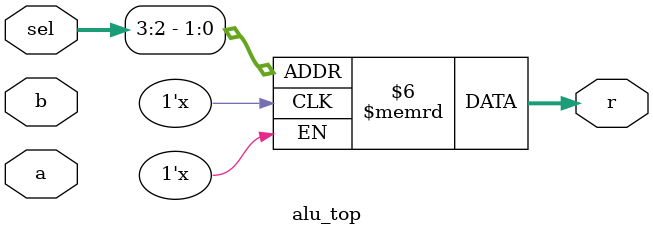
<source format=sv>

`timescale 1ns/1ps

module alu_top(
    input   logic   [3:0]   sel,   
    input   logic   [5:0]   a,     
    input   logic   [5:0]   b,     
    output  logic   [5:0]   r      
);
    logic   [5:0]  mux_in [3:0]; // Intermediate results

    // Instantiate the adder module
    adder adder_inst(
        .sel    (sel[1:0]),   
        .a      (a),     
        .b      (b),     
        .r      (mux_in[0])
    );

    // Instantiate the multiplier module
    multiplier multiplier_inst(
        .sel    (sel[0]),   
        .a      (a),     
        .b      (b),     
        .r      (mux_in[1])
    );

    // Instantiate the logic unit
    logic_unit logic_unit_inst(
        .sel    (sel[1:0]),   
        .a      (a),     
        .b      (b),     
        .r      (mux_in[2])
    );

    // Instantiate the shifter module
    shifter shifter_inst(
        .sel    (sel[1:0]),   
        .a      (a),     
        .b      (b[2:0]),     
        .r      (mux_in[3])
    );

    // Multiplexer to select output
    always_comb begin
        r = mux_in[sel[3:2]]; // Select from mux_in based on upper 2 bits of sel
    end
endmodule

</source>
